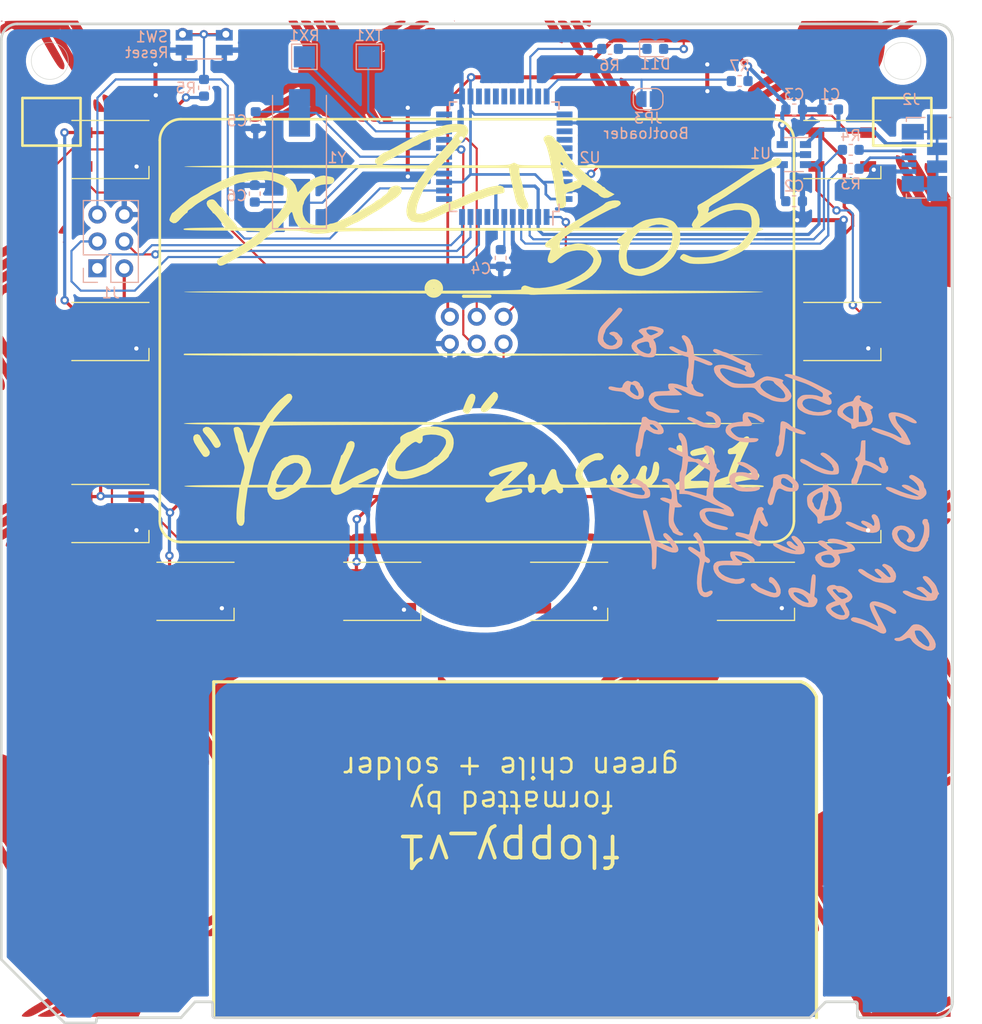
<source format=kicad_pcb>
(kicad_pcb (version 20210228) (generator pcbnew)
  (layers (0 "F.Cu" signal) (31 "B.Cu" signal) (34 "B.Paste" user) (35 "F.Paste" user) (36 "B.SilkS" user "B.Silkscreen") (37 "F.SilkS" user "F.Silkscreen") (38 "B.Mask" user) (39 "F.Mask" user) (44 "Edge.Cuts" user))
  (net 0 "")
  (net 1 "GND")
  (net 2 "+5V")
  (net 3 "Net-(C2-Pad2)")
  (net 4 "Net-(C4-Pad1)")
  (net 5 "Net-(C5-Pad1)")
  (net 6 "Net-(C6-Pad1)")
  (net 7 "VCC")
  (net 8 "RST")
  (net 9 "MOSI")
  (net 10 "SCK")
  (net 11 "MISO")
  (net 12 "Net-(J2-Pad3)")
  (net 13 "Net-(J2-Pad2)")
  (net 14 "Net-(R3-Pad1)")
  (net 15 "Net-(R4-Pad1)")
  (net 16 "Net-(R6-Pad2)")
  (net 17 "Net-(RX1-Pad1)")
  (net 18 "Net-(TX1-Pad1)")
  (net 19 "SDA")
  (net 20 "SCL")
  (net 21 "UPDI")
  (net 31 "Net-(D1-Pad2)")
  (net 32 "Net-(D2-Pad2)")
  (net 33 "Net-(D3-Pad2)")
  (net 34 "Net-(D4-Pad2)")
  (net 35 "Net-(D5-Pad2)")
  (net 36 "Net-(D6-Pad2)")
  (net 37 "Net-(D7-Pad2)")
  (net 38 "Net-(D8-Pad2)")
  (net 39 "Net-(D10-Pad4)")
  (net 40 "Net-(D11-Pad1)")
  (net 42 "unconnected-(J2-Pad6)")
  (net 43 "Net-(JP3-Pad1)")
  (net 49 "BOB_IN")
  (net 50 "BOB_OUT")
  (footprint "lip_fp:Badgelife-Shitty-v1.69bis" (layer "F.Cu") (at 143.913334 75.87)
    (fp_text reference "X1" hide)
    (fp_text value "Badgelife_sao_connector_v169bis" hide)
  )
  (footprint "LED_SMD:LED_WS2812B_PLCC4_5.0x5.0mm_P3.2mm" (layer "F.Cu") (at 152.656667 100.570005)
    (fp_text reference "D5" hide)
    (fp_text value "WS2812B")
  )
  (footprint "LED_SMD:LED_WS2812B_PLCC4_5.0x5.0mm_P3.2mm" (layer "F.Cu") (at 109.253325 58.779994)
    (fp_text reference "D10" hide)
    (fp_text value "WS2812B")
  )
  (footprint "LED_SMD:LED_WS2812B_PLCC4_5.0x5.0mm_P3.2mm" (layer "F.Cu") (at 178.503326 75.994997)
    (fp_text reference "D2" hide)
    (fp_text value "WS2812B")
  )
  (footprint "LED_SMD:LED_WS2812B_PLCC4_5.0x5.0mm_P3.2mm" (layer "F.Cu") (at 109.253325 75.994997)
    (fp_text reference "D9" hide)
    (fp_text value "WS2812B")
  )
  (footprint "LED_SMD:LED_WS2812B_PLCC4_5.0x5.0mm_P3.2mm" (layer "F.Cu") (at 178.503326 93.209999)
    (fp_text reference "D3" hide)
    (fp_text value "WS2812B")
  )
  (footprint "lip_fp:SlideCopper" (layer "F.Cu") (at 144.335005 93.728191)
    (fp_text reference "G***" hide)
    (fp_text value "LOGO" hide)
  )
  (footprint "lip_fp:LabelSilk" (layer "F.Cu") (at 143.58 93.46)
    (fp_text reference "G***" hide)
    (fp_text value "LOGO" hide)
  )
  (footprint "LED_SMD:LED_WS2812B_PLCC4_5.0x5.0mm_P3.2mm" (layer "F.Cu") (at 170.33334 100.570005)
    (fp_text reference "D4" hide)
    (fp_text value "WS2812B")
  )
  (footprint "LED_SMD:LED_WS2812B_PLCC4_5.0x5.0mm_P3.2mm" (layer "F.Cu") (at 117.303321 100.570005)
    (fp_text reference "D7" hide)
    (fp_text value "WS2812B")
  )
  (footprint "LED_SMD:LED_WS2812B_PLCC4_5.0x5.0mm_P3.2mm" (layer "F.Cu") (at 134.979994 100.570005)
    (fp_text reference "D6" hide)
    (fp_text value "WS2812B")
  )
  (footprint "LED_SMD:LED_WS2812B_PLCC4_5.0x5.0mm_P3.2mm" (layer "F.Cu") (at 109.253325 93.209999)
    (fp_text reference "D8" hide)
    (fp_text value "WS2812B")
  )
  (footprint "lip_fp:FrontCopper" (layer "F.Cu") (at 143.79 93.66)
    (fp_text reference "G***" hide)
    (fp_text value "LOGO" hide)
  )
  (footprint "LED_SMD:LED_WS2812B_PLCC4_5.0x5.0mm_P3.2mm" (layer "F.Cu") (at 178.503326 58.779994)
    (fp_text reference "D1" hide)
    (fp_text value "WS2812B")
  )
  (footprint "Capacitor_SMD:C_0603_1608Metric" (layer "B.Cu") (at 177.350834 54.99 180)
    (fp_text reference "C1")
    (fp_text value "10uF")
  )
  (footprint "Capacitor_SMD:C_0603_1608Metric" (layer "B.Cu") (at 173.943334 63.67 180)
    (fp_text reference "C2")
    (fp_text value "0.1uF")
  )
  (footprint "Capacitor_SMD:C_0603_1608Metric" (layer "B.Cu") (at 173.953334 54.99 180)
    (fp_text reference "C3")
    (fp_text value "0.1uF")
  )
  (footprint "Capacitor_SMD:C_0603_1608Metric" (layer "B.Cu") (at 146.183334 69.04 -90)
    (fp_text reference "C4")
    (fp_text value "1uF")
  )
  (footprint "Capacitor_SMD:C_0603_1608Metric" (layer "B.Cu") (at 123.003334 56 -90)
    (fp_text reference "C5")
    (fp_text value "12pF")
  )
  (footprint "Capacitor_SMD:C_0603_1608Metric" (layer "B.Cu") (at 122.913334 62.96 90)
    (fp_text reference "C6")
    (fp_text value "12pF")
  )
  (footprint "LED_SMD:LED_0603_1608Metric" (layer "B.Cu") (at 160.813334 49.26)
    (fp_text reference "D11")
    (fp_text value "Status")
  )
  (footprint "Connector_PinHeader_2.54mm:PinHeader_2x03_P2.54mm_Vertical" (layer "B.Cu") (at 108.025 70.015)
    (fp_text reference "J1")
    (fp_text value "SPI")
  )
  (footprint "Connector_USB:USB_Micro-B_Molex_47346-0001" (layer "B.Cu") (at 186.273334 59.56 -90)
    (fp_text reference "J2")
    (fp_text value "USB_B_Micro")
  )
  (footprint "Jumper:SolderJumper-2_P1.3mm_Open_RoundedPad1.0x1.5mm" (layer "B.Cu") (at 160.13 54.01)
    (fp_text reference "JP3")
    (fp_text value "Bootloader")
  )
  (footprint "Resistor_SMD:R_0603_1608Metric" (layer "B.Cu") (at 179.303334 60.6)
    (fp_text reference "R3")
    (fp_text value "22R")
  )
  (footprint "Resistor_SMD:R_0603_1608Metric" (layer "B.Cu") (at 179.303334 58.81)
    (fp_text reference "R4")
    (fp_text value "22R")
  )
  (footprint "Resistor_SMD:R_0603_1608Metric" (layer "B.Cu") (at 118.11 52.94 90)
    (fp_text reference "R5")
    (fp_text value "10k")
  )
  (footprint "Resistor_SMD:R_0603_1608Metric" (layer "B.Cu") (at 156.533334 49.26 180)
    (fp_text reference "R6")
    (fp_text value "330R")
  )
  (footprint "Resistor_SMD:R_0603_1608Metric" (layer "B.Cu") (at 168.793334 52.3 180)
    (fp_text reference "R7")
    (fp_text value "10k")
  )
  (footprint "TestPoint:TestPoint_Pad_2.0x2.0mm" (layer "B.Cu") (at 127.603334 50.01 180)
    (fp_text reference "RX1")
    (fp_text value "Test_Point")
  )
  (footprint "lip_fp:Wurth_434331013822" (layer "B.Cu") (at 118.13 48.675)
    (fp_text reference "SW1")
    (fp_text value "SW_Push")
  )
  (footprint "TestPoint:TestPoint_Pad_2.0x2.0mm" (layer "B.Cu") (at 133.713334 50.01 180)
    (fp_text reference "TX1")
    (fp_text value "Test_Point")
  )
  (footprint "Package_TO_SOT_SMD:SOT-23-5" (layer "B.Cu") (at 173.923334 59.26 180)
    (fp_text reference "U1")
    (fp_text value "TPS73233DBVT")
  )
  (footprint "Package_QFP:TQFP-44_10x10mm_P0.8mm" (layer "B.Cu") (at 146.523334 59.46 90)
    (fp_text reference "U2")
    (fp_text value "ATmega32U4-AU")
  )
  (footprint "Crystal:Crystal_SMD_HC49-SD" (layer "B.Cu") (at 127.143334 59.56 90)
    (fp_text reference "Y1")
    (fp_text value "16Mhz")
  )
  (footprint "lip_fp:BackCopper" (layer "B.Cu") (at 144.444995 93.761657 180)
    (fp_text reference "G***")
    (fp_text value "LOGO" hide)
  )
  (footprint "lip_fp:BackSilk" (layer "B.Cu") (at 144.670531 88.188881 180)
    (fp_text reference "G***" hide)
    (fp_text value "LOGO" hide)
  )
  (gr_line (start 175.04 109.32) (end 175.34 109.54) (layer "F.SilkS") (width 0.3))
  (gr_line (start 119.03 140.71) (end 119.03 109.13) (layer "F.SilkS") (width 0.3))
  (gr_line (start 115.93 95.91) (end 171.93 95.91) (layer "F.SilkS") (width 0.25))
  (gr_line (start 186.929857 58.41) (end 186.929857 53.91) (layer "F.SilkS") (width 0.25))
  (gr_line (start 176.06 110.54) (end 176.06 140.9) (layer "F.SilkS") (width 0.3))
  (gr_line (start 100.930143 58.41) (end 106.430143 58.41) (layer "F.SilkS") (width 0.25))
  (gr_line (start 171.93 55.91) (end 115.93 55.91) (layer "F.SilkS") (width 0.25))
  (gr_line (start 113.93 57.91) (end 113.93 93.91) (layer "F.SilkS") (width 0.25))
  (gr_line (start 175.84 110.13) (end 176.06 110.54) (layer "F.SilkS") (width 0.3))
  (gr_line (start 186.929857 58.41) (end 181.429857 58.41) (layer "F.SilkS") (width 0.25))
  (gr_line (start 100.930143 58.41) (end 100.930143 53.91) (layer "F.SilkS") (width 0.25))
  (gr_line (start 119.03 109.13) (end 174.62 109.13) (layer "F.SilkS") (width 0.3))
  (gr_line (start 175.61 109.82) (end 175.84 110.13) (layer "F.SilkS") (width 0.3))
  (gr_line (start 106.430143 53.91) (end 100.930143 53.91) (layer "F.SilkS") (width 0.25))
  (gr_arc (start 115.93 93.91) (end 113.93 93.91) (angle -90) (layer "F.SilkS") (width 0.25))
  (gr_arc (start 115.93 57.91) (end 115.93 55.91) (angle -90) (layer "F.SilkS") (width 0.25))
  (gr_line (start 181.429857 53.91) (end 181.429857 58.41) (layer "F.SilkS") (width 0.25))
  (gr_line (start 106.430143 53.91) (end 106.430143 58.41) (layer "F.SilkS") (width 0.25))
  (gr_arc (start 171.93 93.91) (end 171.93 95.91) (angle -90) (layer "F.SilkS") (width 0.25))
  (gr_arc (start 171.93 57.91) (end 173.93 57.91) (angle -90) (layer "F.SilkS") (width 0.25))
  (gr_line (start 181.429857 53.91) (end 186.929857 53.91) (layer "F.SilkS") (width 0.25))
  (gr_line (start 175.34 109.54) (end 175.61 109.82) (layer "F.SilkS") (width 0.3))
  (gr_line (start 173.93 93.91) (end 173.93 57.91) (layer "F.SilkS") (width 0.25))
  (gr_line (start 174.62 109.13) (end 175.04 109.32) (layer "F.SilkS") (width 0.3))
  (gr_line (start 180.133334 140.9) (end 187.433334 140.9) (layer "Edge.Cuts") (width 0.25))
  (gr_arc (start 118.733334 139.6) (end 118.933334 139.6) (angle -90) (layer "Edge.Cuts") (width 0.25))
  (gr_arc (start 100.433334 48.4) (end 100.433334 46.9) (angle -90) (layer "Edge.Cuts") (width 0.25))
  (gr_circle (center 184.19 50.4) (end 185.94 50.4) (layer "Edge.Cuts") (width 0.05) (fill none))
  (gr_line (start 100.433334 46.9) (end 187.433334 46.9) (layer "Edge.Cuts") (width 0.25))
  (gr_line (start 98.933334 48.4) (end 98.933334 135.4) (layer "Edge.Cuts") (width 0.25))
  (gr_arc (start 180.133334 140.7) (end 179.933334 140.7) (angle -90) (layer "Edge.Cuts") (width 0.25))
  (gr_line (start 188.933334 139.4) (end 188.933334 48.4) (layer "Edge.Cuts") (width 0.25))
  (gr_arc (start 107.733334 141.2) (end 107.733334 141.4) (angle -90) (layer "Edge.Cuts") (width 0.25))
  (gr_line (start 98.933334 135.4) (end 104.933334 141.4) (layer "Edge.Cuts") (width 0.25))
  (gr_arc (start 179.733334 139.6) (end 179.933334 139.6) (angle -90) (layer "Edge.Cuts") (width 0.25))
  (gr_line (start 175.433334 140.9) (end 176.874755 139.458578) (layer "Edge.Cuts") (width 0.25))
  (gr_line (start 107.933334 141.2) (end 107.933334 141.1) (layer "Edge.Cuts") (width 0.25))
  (gr_line (start 108.133334 140.9) (end 115.933334 140.9) (layer "Edge.Cuts") (width 0.25))
  (gr_arc (start 187.433334 139.4) (end 187.433334 140.9) (angle -90) (layer "Edge.Cuts") (width 0.25))
  (gr_arc (start 187.433334 48.4) (end 188.933334 48.4) (angle -90) (layer "Edge.Cuts") (width 0.25))
  (gr_arc (start 119.133334 140.7) (end 118.933334 140.7) (angle -90) (layer "Edge.Cuts") (width 0.25))
  (gr_arc (start 177.016176 139.6) (end 177.016176 139.4) (angle -45) (layer "Edge.Cuts") (width 0.25))
  (gr_line (start 177.016176 139.4) (end 179.733334 139.4) (layer "Edge.Cuts") (width 0.25))
  (gr_arc (start 108.133334 141.1) (end 108.133334 140.899999) (angle -90) (layer "Edge.Cuts") (width 0.25))
  (gr_line (start 179.933334 139.6) (end 179.933334 140.7) (layer "Edge.Cuts") (width 0.25))
  (gr_line (start 115.933334 140.9) (end 117.271538 139.4) (layer "Edge.Cuts") (width 0.25))
  (gr_circle (center 103.52 50.4) (end 105.27 50.4) (layer "Edge.Cuts") (width 0.05) (fill none))
  (gr_line (start 119.133334 140.9) (end 175.433334 140.9) (layer "Edge.Cuts") (width 0.25))
  (gr_line (start 118.933334 139.6) (end 118.933334 140.7) (layer "Edge.Cuts") (width 0.25))
  (gr_line (start 117.271538 139.4) (end 118.733334 139.4) (layer "Edge.Cuts") (width 0.25))
  (gr_line (start 107.733334 141.4) (end 104.933334 141.4) (layer "Edge.Cuts") (width 0.25))
  (gr_text "Bootloader" (at 159.95 57.25) (layer "B.SilkS") (effects (font (size 1 1)) (justify mirror)))
  (gr_text "Reset" (at 112.71 49.61) (layer "B.SilkS") (effects (font (size 1 1)) (justify mirror)))
  (gr_text "formatted by\ngreen chile + solder" (at 147.15 118.86 180) (layer "F.SilkS") (effects (font (size 2 2) (thickness 0.25))))
  (gr_text "floppy_v1" (at 146.91 125.13 180) (layer "F.SilkS") (effects (font (size 3 3) (thickness 0.35))))
  (segment (start 165.73 53.25) (end 165.74 53.26) (width 0.381) (layer "F.Cu") (net 1))
  (segment (start 165.73 50.73) (end 165.73 53.25) (width 0.381) (layer "F.Cu") (net 1))
  (segment (start 137.39 61.33) (end 137.4 61.34) (width 0.381) (layer "F.Cu") (net 1))
  (segment (start 113.52 50.73) (end 113.52 53.62) (width 0.381) (layer "F.Cu") (net 1))
  (segment (start 137.39 54.83) (end 137.39 61.33) (width 0.381) (layer "F.Cu") (net 1))
  (segment (start 178.603334 65.46) (end 178.633334 65.43) (width 0.381) (layer "F.Cu") (net 1))
  (segment (start 174.233334 65.46) (end 178.603334 65.46) (width 0.381) (layer "F.Cu") (net 1))
  (segment (start 113.52 53.62) (end 113.55 53.65) (width 0.381) (layer "F.Cu") (net 1))
  (via (at 111.73 60.39) (size 0.8) (drill 0.4) (layers "F.Cu" "B.Cu") (net 1))
  (via (at 111.71 77.6) (size 0.8) (drill 0.4) (layers "F.Cu" "B.Cu") (net 1))
  (via (at 119.8 102.17) (size 0.8) (drill 0.4) (layers "F.Cu" "B.Cu") (net 1))
  (via (at 180.94 94.8) (size 0.8) (drill 0.4) (layers "F.Cu" "B.Cu") (net 1))
  (via (at 172.78 102.16) (size 0.8) (drill 0.4) (layers "F.Cu" "B.Cu") (net 1))
  (via (at 111.72 94.79) (size 0.8) (drill 0.4) (layers "F.Cu" "B.Cu") (net 1))
  (via (at 113.52 50.73) (size 0.8) (drill 0.4) (layers "F.Cu" "B.Cu") (net 1))
  (via (at 178.633334 65.43) (size 0.8) (drill 0.4) (layers "F.Cu" "B.Cu") (net 1))
  (via (at 155.11 102.17) (size 0.8) (drill 0.4) (layers "F.Cu" "B.Cu") (net 1))
  (via (at 137.4 61.34) (size 0.8) (drill 0.4) (layers "F.Cu" "B.Cu") (net 1))
  (via (at 180.96 77.59) (size 0.8) (drill 0.4) (layers "F.Cu" "B.Cu") (net 1))
  (via (at 174.233334 65.46) (size 0.8) (drill 0.4) (layers "F.Cu" "B.Cu") (net 1))
  (via (at 165.74 53.26) (size 0.8) (drill 0.4) (layers "F.Cu" "B.Cu") (net 1))
  (via (at 181.48 60.69) (size 0.8) (drill 0.4) (layers "F.Cu" "B.Cu") (net 1))
  (via (at 137.39 54.83) (size 0.8) (drill 0.4) (layers "F.Cu" "B.Cu") (net 1))
  (via (at 137.03 102.31) (size 0.8) (drill 0.4) (layers "F.Cu" "B.Cu") (net 1))
  (via (at 113.55 53.65) (size 0.8) (drill 0.4) (layers "F.Cu" "B.Cu") (net 1))
  (via (at 165.73 50.73) (size 0.8) (drill 0.4) (layers "F.Cu" "B.Cu") (net 1))
  (segment (start 173.903334 59.26) (end 171.273334 59.26) (width 0.381) (layer "B.Cu") (net 1))
  (segment (start 184.813334 60.86) (end 184.793334 60.88) (width 0.254) (layer "B.Cu") (net 1))
  (segment (start 171.273334 59.26) (end 171.043334 59.26) (width 0.381) (layer "B.Cu") (net 1))
  (segment (start 175.023334 59.26) (end 173.903334 59.26) (width 0.381) (layer "B.Cu") (net 1))
  (segment (start 152.223334 62.66) (end 154.803334 62.66) (width 0.3048) (layer "B.Cu") (net 1))
  (segment (start 152.223334 56.26) (end 154.263334 56.26) (width 0.3048) (layer "B.Cu") (net 1))
  (segment (start 140.823334 61.06) (end 138.623334 61.06) (width 0.3048) (layer "B.Cu") (net 1))
  (segment (start 147.323334 65.16) (end 147.323334 67.08) (width 0.3048) (layer "B.Cu") (net 1))
  (segment (start 173.903334 59.26) (end 173.903334 56.92) (width 0.381) (layer "B.Cu") (net 1))
  (segment (start 182.893334 60.86) (end 182.723334 61.03) (width 0.254) (layer "B.Cu") (net 1))
  (segment (start 184.813342 60.86) (end 182.893331 60.86) (width 0.381) (layer "B.Cu") (net 1))
  (segment (start 173.903334 59.26) (end 173.903334 61.72) (width 0.381) (layer "B.Cu") (net 1))
  (segment (start 152.223334 62.66) (end 152.183334 62.62) (width 0.3048) (layer "B.Cu") (net 1))
  (segment (start 142.523334 53.76) (end 142.523334 51.58) (width 0.3048) (layer "B.Cu") (net 1))
  (segment (start 176.913334 56.91) (end 178.193334 56.91) (width 0.381) (layer "B.Cu") (net 2))
  (segment (start 184.813334 58.26) (end 182.693334 58.26) (width 0.381) (layer "B.Cu") (net 2))
  (segment (start 149.723334 62.54) (end 149.723334 65.16) (width 0.3048) (layer "B.Cu") (net 2))
  (segment (start 178.138334 54.99) (end 178.138334 56.855) (width 0.381) (layer "B.Cu") (net 2))
  (segment (start 146.113334 62.24) (end 149.423334 62.24) (width 0.3048) (layer "B.Cu") (net 2))
  (segment (start 145.723334 62.63) (end 146.113334 62.24) (width 0.3048) (layer "B.Cu") (net 2))
  (segment (start 176.303334 60.57) (end 175.943334 60.21) (width 0.3048) (layer "B.Cu") (net 2))
  (segment (start 176.303334 65.82) (end 176.303334 60.57) (width 0.3048) (layer "B.Cu") (net 2))
  (segment (start 178.138334 56.855) (end 178.193334 56.91) (width 0.381) (layer "B.Cu") (net 2))
  (segment (start 149.423334 62.24) (end 149.723334 62.54) (width 0.3048) (layer "B.Cu") (net 2))
  (segment (start 149.723334 66.35) (end 150.183334 66.81) (width 0.3048) (layer "B.Cu") (net 2))
  (segment (start 145.723334 65.16) (end 145.723334 62.63) (width 0.3048) (layer "B.Cu") (net 2))
  (segment (start 175.023334 60.21) (end 175.943334 60.21) (width 0.381) (layer "B.Cu") (net 2))
  (segment (start 178.193334 56.91) (end 181.343334 56.91) (width 0.381) (layer "B.Cu") (net 2))
  (segment (start 149.723334 65.16) (end 149.723334 66.35) (width 0.3048) (layer "B.Cu") (net 2))
  (segment (start 182.693334 58.26) (end 181.343334 56.91) (width 0.381) (layer "B.Cu") (net 2))
  (segment (start 150.183334 66.81) (end 175.313334 66.81) (width 0.3048) (layer "B.Cu") (net 2))
  (segment (start 176.423334 56.91) (end 176.913334 56.91) (width 0.381) (layer "B.Cu") (net 2))
  (segment (start 175.943334 60.21) (end 176.423334 59.73) (width 0.381) (layer "B.Cu") (net 2))
  (segment (start 175.023334 58.31) (end 176.423334 56.91) (width 0.381) (layer "B.Cu") (net 2))
  (segment (start 176.423334 59.73) (end 176.423334 56.91) (width 0.381) (layer "B.Cu") (net 2))
  (segment (start 175.313334 66.81) (end 176.303334 65.82) (width 0.3048) (layer "B.Cu") (net 2))
  (segment (start 172.823334 63.3375) (end 173.155834 63.67) (width 0.381) (layer "B.Cu") (net 3))
  (segment (start 172.823334 60.21) (end 172.823334 63.3375) (width 0.381) (layer "B.Cu") (net 3))
  (segment (start 146.523334 65.16) (end 146.523334 68.2825) (width 0.2032) (layer "B.Cu") (net 4))
  (segment (start 146.523334 68.2825) (end 146.593334 68.3525) (width 0.2032) (layer "B.Cu") (net 4))
  (segment (start 123.003334 55.2125) (end 127.045834 55.2125) (width 0.2032) (layer "B.Cu") (net 5))
  (segment (start 132.873334 59.46) (end 140.823334 59.46) (width 0.2032) (layer "B.Cu") (net 5))
  (segment (start 128.723334 55.31) (end 132.873334 59.46) (width 0.2032) (layer "B.Cu") (net 5))
  (segment (start 127.143334 55.31) (end 128.723334 55.31) (width 0.2032) (layer "B.Cu") (net 5))
  (segment (start 127.045834 55.2125) (end 127.143334 55.31) (width 0.2032) (layer "B.Cu") (net 5))
  (segment (start 140.813334 60.25) (end 140.823334 60.26) (width 0.2032) (layer "B.Cu") (net 6))
  (segment (start 129.313334 63.81) (end 132.873334 60.25) (width 0.2032) (layer "B.Cu") (net 6))
  (segment (start 132.873334 60.25) (end 140.813334 60.25) (width 0.2032) (layer "B.Cu") (net 6))
  (segment (start 127.080834 63.7475) (end 127.143334 63.81) (width 0.2032) (layer "B.Cu") (net 6))
  (segment (start 122.913334 63.7475) (end 127.080834 63.7475) (width 0.2032) (layer "B.Cu") (net 6))
  (segment (start 127.143334 63.81) (end 129.313334 63.81) (width 0.2032) (layer "B.Cu") (net 6))
  (segment (start 114.89 93.12) (end 116.400001 91.609999) (width 0.3048) (layer "F.Cu") (net 7))
  (segment (start 113.12 55.93) (end 114.34 55.93) (width 0.3048) (layer "F.Cu") (net 7))
  (segment (start 134.710001 91.609999) (end 152.170001 91.609999) (width 0.3048) (layer "F.Cu") (net 7))
  (segment (start 110.565 73.145) (end 108.33 75.38) (width 0.3048) (layer "F.Cu") (net 7))
  (segment (start 110.22 55.97) (end 110.26 55.93) (width 0.3048) (layer "F.Cu") (net 7))
  (segment (start 132.57 93.75) (end 134.710001 91.609999) (width 0.3048) (layer "F.Cu") (net 7))
  (segment (start 104.91 57.17) (end 106.793331 57.17) (width 0.3048) (layer "F.Cu") (net 7))
  (segment (start 178.69 64.21) (end 179.48 65) (width 0.3048) (layer "F.Cu") (net 7))
  (segment (start 114.853321 98.970005) (end 114.853321 97.213321) (width 0.3048) (layer "F.Cu") (net 7))
  (segment (start 176.053326 69.446674) (end 176.053326 74.394997) (width 0.3048) (layer "F.Cu") (net 7))
  (segment (start 106.803325 74.394997) (end 107.344997 74.394997) (width 0.3048) (layer "F.Cu") (net 7))
  (segment (start 179.48 66.02) (end 176.053326 69.446674) (width 0.3048) (layer "F.Cu") (net 7))
  (segment (start 163.503334 49.27) (end 163.503334 48.58) (width 0.2032) (layer "F.Cu") (net 7))
  (segment (start 170.170001 91.609999) (end 176.053326 91.609999) (width 0.3048) (layer "F.Cu") (net 7))
  (segment (start 109.010006 57.179994) (end 110.22 55.97) (width 0.3048) (layer "F.Cu") (net 7))
  (segment (start 178.69 59.71) (end 178.69 64.21) (width 0.3048) (layer "F.Cu") (net 7))
  (segment (start 132.529994 97.780006) (end 132.55 97.76) (width 0.3048) (layer "F.Cu") (net 7))
  (segment (start 176.053326 90.753326) (end 172.2 86.9) (width 0.3048) (layer "F.Cu") (net 7))
  (segment (start 156.76 48.45) (end 153.26 51.95) (width 0.381) (layer "F.Cu") (net 7))
  (segment (start 176.053326 91.609999) (end 176.053326 90.753326) (width 0.3048) (layer "F.Cu") (net 7))
  (segment (start 167.88334 98.970005) (end 167.88334 93.89666) (width 0.3048) (layer "F.Cu") (net 7))
  (segment (start 141.173334 54.16) (end 141.173334 74.4) (width 0.254) (layer "F.Cu") (net 7))
  (segment (start 150.206667 93.573333) (end 152.170001 91.609999) (width 0.3048) (layer "F.Cu") (net 7))
  (segment (start 141.173334 74.4) (end 141.373334 74.6) (width 0.254) (layer "F.Cu") (net 7))
  (segment (start 173.529994 57.179994) (end 172.823334 56.473334) (width 0.3048) (layer "F.Cu") (net 7))
  (segment (start 108.290001 91.609999) (end 108.33 91.57) (width 0.3048) (layer "F.Cu") (net 7))
  (segment (start 106.284997 74.394997) (end 104.93 73.04) (width 0.3048) (layer "F.Cu") (net 7))
  (segment (start 167.88334 93.89666) (end 170.170001 91.609999) (width 0.3048) (layer "F.Cu") (net 7))
  (segment (start 172.2 86.9) (end 172.2 73.3) (width 0.3048) (layer "F.Cu") (net 7))
  (segment (start 172.2 73.3) (end 176.053326 69.446674) (width 0.3048) (layer "F.Cu") (net 7))
  (segment (start 176.159994 57.179994) (end 178.69 59.71) (width 0.3048) (layer "F.Cu") (net 7))
  (segment (start 116.400001 91.609999) (end 134.710001 91.609999) (width 0.3048) (layer "F.Cu") (net 7))
  (segment (start 176.053326 57.179994) (end 176.159994 57.179994) (width 0.3048) (layer "F.Cu") (net 7))
  (segment (start 163.373334 48.45) (end 156.76 48.45) (width 0.381) (layer "F.Cu") (net 7))
  (segment (start 176.053326 57.179994) (end 173.529994 57.179994) (width 0.3048) (layer "F.Cu") (net 7))
  (segment (start 114.853321 97.213321) (end 114.84 97.2) (width 0.3048) (layer "F.Cu") (net 7))
  (segment (start 108.33 75.38) (end 108.33 91.57) (width 0.3048) (layer "F.Cu") (net 7))
  (segment (start 150.206667 98.970005) (end 150.206667 93.573333) (width 0.3048) (layer "F.Cu") (net 7))
  (segment (start 106.803325 91.609999) (end 108.290001 91.609999) (width 0.3048) (layer "F.Cu") (net 7))
  (segment (start 152.170001 91.609999) (end 170.170001 91.609999) (width 0.3048) (layer "F.Cu") (net 7))
  (segment (start 153.26 51.95) (end 143.383334 51.95) (width 0.381) (layer "F.Cu") (net 7))
  (segment (start 106.803325 74.394997) (end 106.284997 74.394997) (width 0.3048) (layer "F.Cu") (net 7))
  (segment (start 163.373334 48.45) (end 167.113334 48.45) (width 0.381) (layer "F.Cu") (net 7))
  (segment (start 163.503334 48.58) (end 163.373334 48.45) (width 0.2032) (layer "F.Cu") (net 7))
  (segment (start 110.26 55.93) (end 113.12 55.93) (width 0.3048) (layer "F.Cu") (net 7))
  (segment (start 107.344997 74.394997) (end 108.33 75.38) (width 0.3048) (layer "F.Cu") (net 7))
  (segment (start 106.793331 57.17) (end 106.803325 57.179994) (width 0.3048) (layer "F.Cu") (net 7))
  (segment (start 106.803325 57.179994) (end 109.010006 57.179994) (width 0.3048) (layer "F.Cu") (net 7))
  (segment (start 179.48 65) (end 179.48 66.02) (width 0.3048) (layer "F.Cu") (net 7))
  (segment (start 132.529994 98.970005) (end 132.529994 97.780006) (width 0.3048) (layer "F.Cu") (net 7))
  (segment (start 114.34 55.93) (end 116.41 53.86) (width 0.3048) (layer "F.Cu") (net 7))
  (segment (start 143.383334 51.95) (end 141.173334 54.16) (width 0.254) (layer "F.Cu") (net 7))
  (segment (start 110.565 70.015) (end 110.565 73.145) (width 0.3048) (layer "F.Cu") (net 7))
  (segment (start 167.113334 48.45) (end 169.573334 50.91) (width 0.381) (layer "F.Cu") (net 7))
  (via (at 132.57 93.75) (size 0.8) (drill 0.4) (layers "F.Cu" "B.Cu") (net 7))
  (via (at 104.91 57.17) (size 0.8) (drill 0.4) (layers "F.Cu" "B.Cu") (net 7))
  (via (at 163.503334 49.27) (size 0.8) (drill 0.4) (layers "F.Cu" "B.Cu") (net 7))
  (via (at 104.93 73.04) (size 0.8) (drill 0.4) (layers "F.Cu" "B.Cu") (net 7))
  (via (at 143.383334 51.95) (size 0.8) (drill 0.4) (layers "F.Cu" "B.Cu") (net 7))
  (via (at 172.823334 56.473334) (size 0.8) (drill 0.4) (layers "F.Cu" "B.Cu") (net 7))
  (via (at 116.41 53.86) (size 0.8) (drill 0.4) (layers "F.Cu" "B.Cu") (net 7))
  (via (at 169.573334 50.91) (size 0.8) (drill 0.4) (layers "F.Cu" "B.Cu") (net 7))
  (via (at 114.89 93.12) (size 0.8) (drill 0.4) (layers "F.Cu" "B.Cu") (net 7))
  (via (at 114.84 97.2) (size 0.8) (drill 0.4) (layers "F.Cu" "B.Cu") (net 7))
  (via (at 108.33 91.57) (size 0.8) (drill 0.4) (layers "F.Cu" "B.Cu") (net 7))
  (via (at 132.55 97.76) (size 0.8) (drill 0.4) (layers "F.Cu" "B.Cu") (net 7))
  (segment (start 117.9775 53.86) (end 118.11 53.7275) (width 0.3048) (layer "B.Cu") (net 7))
  (segment (start 132.55 93.77) (end 132.57 93.75) (width 0.3048) (layer "B.Cu") (net 7))
  (segment (start 143.703334 55.46) (end 143.323334 55.08) (width 0.254) (layer "B.Cu") (net 7))
  (segment (start 132.55 97.76) (end 132.55 93.77) (width 0.3048) (layer "B.Cu") (net 7))
  (segment (start 152.223334 55.46) (end 143.703334 55.46) (width 0.254) (layer "B.Cu") (net 7))
  (segment (start 172.823334 56.473334) (end 172.823334 55.3325) (width 0.381) (layer "B.Cu") (net 7))
  (segment (start 173.165834 54.5025) (end 173.165834 54.99) (width 0.2032) (layer "B.Cu") (net 7))
  (segment (start 169.573342 50.910007) (end 173.165842 54.502507) (width 0.381) (layer "B.Cu") (net 7))
  (segment (start 116.41 53.86) (end 117.9775 53.86) (width 0.3048) (layer "B.Cu") (net 7))
  (segment (start 172.823334 55.3325) (end 173.165834 54.99) (width 0.381) (layer "B.Cu") (net 7))
  (segment (start 113.34 91.57) (end 114.89 93.12) (width 0.3048) (layer "B.Cu") (net 7))
  (segment (start 161.610834 49.27) (end 161.600834 49.26) (width 0.2032) (layer "B.Cu") (net 7))
  (segment (start 143.323334 53.76) (end 143.323334 52.01) (width 0.254) (layer "B.Cu") (net 7))
  (segment (start 172.823334 58.31) (end 172.823334 56.473334) (width 0.381) (layer "B.Cu") (net 7))
  (segment (start 150.453334 62.15) (end 150.008334 61.705) (width 0.254) (layer "B.Cu") (net 7))
  (segment (start 150.453334 63.01) (end 150.453334 62.15) (width 0.254) (layer "B.Cu") (net 7))
  (segment (start 152.223334 63.46) (end 150.903334 63.46) (width 0.254) (layer "B.Cu") (net 7))
  (segment (start 108.33 91.57) (end 113.34 91.57) (width 0.3048) (layer "B.Cu") (net 7))
  (segment (start 149.443334 61.14) (end 143.323334 61.14) (width 0.254) (layer "B.Cu") (net 7))
  (segment (start 169.573334 50.91) (end 169.573334 52.2925) (width 0.2032) (layer "B.Cu") (net 7))
  (segment (start 150.008334 61.705) (end 149.443334 61.14) (width 0.254) (layer "B.Cu") (net 7))
  (segment (start 150.163334 61.86) (end 150.008334 61.705) (width 0.254) (layer "B.Cu") (net 7))
  (segment (start 143.323334 52.01) (end 143.383334 51.95) (width 0.254) (layer "B.Cu") (net 7))
  (segment (start 152.223334 61.86) (end 150.163334 61.86) (width 0.254) (layer "B.Cu") (net 7))
  (segment (start 150.903334 63.46) (end 150.453334 63.01) (width 0.254) (layer "B.Cu") (net 7))
  (segment (start 114.84 93.17) (end 114.89 93.12) (width 0.3048) (layer "B.Cu") (net 7))
  (segment (start 163.503334 49.27) (end 161.610834 49.27) (width 0.2032) (layer "B.Cu") (net 7))
  (segment (start 104.93 57.19) (end 104.91 57.17) (width 0.3048) (layer "B.Cu") (net 7))
  (segment (start 114.84 97.2) (end 114.84 93.17) (width 0.3048) (layer "B.Cu") (net 7))
  (segment (start 169.580834 50.9175) (end 169.573334 50.91) (width 0.2032) (layer "B.Cu") (net 7))
  (segment (start 169.573334 52.2925) (end 169.580834 52.3) (width 0.2032) (layer "B.Cu") (net 7))
  (segment (start 143.323334 61.14) (end 143.323334 55.08) (width 0.254) (layer "B.Cu") (net 7))
  (segment (start 142.603334 61.86) (end 143.323334 61.14) (width 0.254) (layer "B.Cu") (net 7))
  (segment (start 140.823334 61.86) (end 142.603334 61.86) (width 0.254) (layer "B.Cu") (net 7))
  (segment (start 104.93 73.04) (end 104.93 57.19) (width 0.3048) (layer "B.Cu") (net 7))
  (segment (start 143.323334 55.08) (end 143.323334 53.76) (width 0.254) (layer "B.Cu") (net 7))
  (segment (start 118.095 47.875) (end 120.18 47.875) (width 0.2032) (layer "F.Cu") (net 8))
  (segment (start 116.08 47.875) (end 118.095 47.875) (width 0.2032) (layer "F.Cu") (net 8))
  (via (at 118.095 47.875) (size 0.8) (drill 0.4) (layers "F.Cu" "B.Cu") (net 8))
  (segment (start 140.823334 62.66) (end 138.733334 62.66) (width 0.2032) (layer "B.Cu") (net 8))
  (segment (start 118.11 48.09) (end 118.225 47.975) (width 0.2032) (layer "B.Cu") (net 8))
  (segment (start 118.11 52.1525) (end 118.11 48.09) (width 0.2032) (layer "B.Cu") (net 8))
  (segment (start 121.93 67.2) (end 120.36 65.63) (width 0.2032) (layer "B.Cu") (net 8))
  (segment (start 119.7525 52.1525) (end 118.11 52.1525) (width 0.2032) (layer "B.Cu") (net 8))
  (segment (start 108.025 53.885) (end 109.7575 52.1525) (width 0.2032) (layer "B.Cu") (net 8))
  (segment (start 108.025 64.935) (end 108.025 53.885) (width 0.2032) (layer "B.Cu") (net 8))
  (segment (start 120.36 52.76) (end 119.7525 52.1525) (width 0.2032) (layer "B.Cu") (net 8))
  (segment (start 138.733334 62.66) (end 138.533334 62.46) (width 0.2032) (layer "B.Cu") (net 8))
  (segment (start 116.23 47.975) (end 118.225 47.975) (width 0.2032) (layer "B.Cu") (net 8))
  (segment (start 109.7575 52.1525) (end 118.11 52.1525) (width 0.2032) (layer "B.Cu") (net 8))
  (segment (start 120.36 65.63) (end 120.36 52.76) (width 0.2032) (layer "B.Cu") (net 8))
  (segment (start 120.08 47.975) (end 120.18 47.875) (width 0.2032) (layer "B.Cu") (net 8))
  (segment (start 138.533334 62.46) (end 134.76 62.46) (width 0.2032) (layer "B.Cu") (net 8))
  (segment (start 130.02 67.2) (end 121.93 67.2) (width 0.2032) (layer "B.Cu") (net 8))
  (segment (start 118.225 47.975) (end 120.08 47.975) (width 0.2032) (layer "B.Cu") (net 8))
  (segment (start 134.76 62.46) (end 130.02 67.2) (width 0.2032) (layer "B.Cu") (net 8))
  (segment (start 111.79 68.7) (end 110.565 67.475) (width 0.2032) (layer "F.Cu") (net 9))
  (segment (start 113.51 68.7) (end 111.79 68.7) (width 0.2032) (layer "F.Cu") (net 9))
  (via (at 113.51 68.7) (size 0.8) (drill 0.4) (layers "F.Cu" "B.Cu") (net 9))
  (segment (start 143.323334 65.16) (end 143.323334 67.09) (width 0.2032) (layer "B.Cu") (net 9))
  (segment (start 143.323334 67.09) (end 142.043334 68.37) (width 0.2032) (layer "B.Cu") (net 9))
  (segment (start 142.043334 68.37) (end 113.84 68.37) (width 0.2032) (layer "B.Cu") (net 9))
  (segment (start 113.84 68.37) (end 113.51 68.7) (width 0.2032) (layer "B.Cu") (net 9))
  (segment (start 106.45 72.13) (end 111.56 72.13) (width 0.2032) (layer "B.Cu") (net 10))
  (segment (start 144.123334 67.79) (end 144.123334 65.16) (width 0.2032) (layer "B.Cu") (net 10))
  (segment (start 108.025 67.475) (end 106.465 67.475) (width 0.2032) (layer "B.Cu") (net 10))
  (segment (start 114.74 68.95) (end 142.963334 68.95) (width 0.2032) (layer "B.Cu") (net 10))
  (segment (start 105.57 68.37) (end 105.57 71.25) (width 0.2032) (layer "B.Cu") (net 10))
  (segment (start 105.57 71.25) (end 106.45 72.13) (width 0.2032) (layer "B.Cu") (net 10))
  (segment (start 106.465 67.475) (end 105.57 68.37) (width 0.2032) (layer "B.Cu") (net 10))
  (segment (start 142.963334 68.95) (end 144.123334 67.79) (width 0.2032) (layer "B.Cu") (net 10))
  (segment (start 111.56 72.13) (end 114.74 68.95) (width 0.2032) (layer "B.Cu") (net 10))
  (segment (start 141.473334 67.83) (end 113.19 67.83) (width 0.2032) (layer "B.Cu") (net 11))
  (segment (start 142.523334 66.78) (end 141.473334 67.83) (width 0.2032) (layer "B.Cu") (net 11))
  (segment (start 112.32 68.7) (end 109.14 68.7) (width 0.2032) (layer "B.Cu") (net 11))
  (segment (start 108.025 69.815) (end 108.025 70.015) (width 0.2032) (layer "B.Cu") (net 11))
  (segment (start 142.523334 65.16) (end 142.523334 66.78) (width 0.2032) (layer "B.Cu") (net 11))
  (segment (start 113.19 67.83) (end 112.32 68.7) (width 0.2032) (layer "B.Cu") (net 11))
  (segment (start 109.14 68.7) (end 108.025 69.815) (width 0.2032) (layer "B.Cu") (net 11))
  (segment (start 181.130834 59.56) (end 180.090834 60.6) (width 0.254) (layer "B.Cu") (net 12))
  (segment (start 184.813334 59.56) (end 181.130834 59.56) (width 0.254) (layer "B.Cu") (net 12))
  (segment (start 180.190834 58.91) (end 180.090834 58.81) (width 0.254) (layer "B.Cu") (net 13))
  (segment (start 184.813334 58.91) (end 180.190834 58.91) (width 0.254) (layer "B.Cu") (net 13))
  (segment (start 148.123334 67.29) (end 148.513334 67.68) (width 0.2032) (layer "B.Cu") (net 14))
  (segment (start 177.173334 66.91) (end 177.173334 61.74) (width 0.2032) (layer "B.Cu") (net 14))
  (segment (start 148.513334 67.68) (end 176.403334 67.68) (width 0.2032) (layer "B.Cu") (net 14))
  (segment (start 148.123334 65.16) (end 148.123334 67.29) (width 0.2032) (layer "B.Cu") (net 14))
  (segment (start 177.173334 66.91) (end 177.173334 66.18) (width 0.2032) (layer "B.Cu") (net 14))
  (segment (start 178.313334 60.6) (end 178.515834 60.6) (width 0.2032) (layer "B.Cu") (net 14))
  (segment (start 176.403334 67.68) (end 177.173334 66.91) (width 0.2032) (layer "B.Cu") (net 14))
  (segment (start 177.173334 61.74) (end 178.313334 60.6) (width 0.2032) (layer "B.Cu") (net 14))
  (segment (start 149.273334 67.27) (end 148.923334 66.92) (width 0.2032) (layer "B.Cu") (net 15))
  (segment (start 175.803334 67.27) (end 149.273334 67.27) (width 0.2032) (layer "B.Cu") (net 15))
  (segment (start 178.303334 58.81) (end 176.763334 60.35) (width 0.2032) (layer "B.Cu") (net 15))
  (segment (start 175.803334 67.27) (end 171.173334 67.27) (width 0.2032) (layer "B.Cu") (net 15))
  (segment (start 178.515834 58.81) (end 178.303334 58.81) (width 0.2032) (layer "B.Cu") (net 15))
  (segment (start 176.763334 66.31) (end 175.803334 67.27) (width 0.2032) (layer "B.Cu") (net 15))
  (segment (start 148.923334 66.92) (end 148.923334 65.16) (width 0.2032) (layer "B.Cu") (net 15))
  (segment (start 176.763334 60.35) (end 176.763334 66.31) (width 0.2032) (layer "B.Cu") (net 15))
  (segment (start 149.733334 49.26) (end 148.983334 50.01) (width 0.2032) (layer "B.Cu") (net 16))
  (segment (start 155.745834 49.26) (end 149.733334 49.26) (width 0.2032) (layer "B.Cu") (net 16))
  (segment (start 148.983334 53.7) (end 148.923334 53.76) (width 0.2032) (layer "B.Cu") (net 16))
  (segment (start 148.983334 50.01) (end 148.983334 53.7) (width 0.2032) (layer "B.Cu") (net 16))
  (segment (start 140.823334 57.06) (end 134.373334 57.06) (width 0.2032) (layer "B.Cu") (net 17))
  (segment (start 134.373334 57.06) (end 127.543334 50.23) (width 0.2032) (layer "B.Cu") (net 17))
  (segment (start 134.743334 56.26) (end 133.653334 55.17) (width 0.2032) (layer "B.Cu") (net 18))
  (segment (start 133.653334 55.17) (end 133.653334 50.07) (width 0.2032) (layer "B.Cu") (net 18))
  (segment (start 133.653334 50.07) (end 133.713334 50.01) (width 0.2032) (layer "B.Cu") (net 18))
  (segment (start 140.823334 56.26) (end 134.743334 56.26) (width 0.2032) (layer "B.Cu") (net 18))
  (segment (start 142.443334 57.74) (end 142.963334 57.74) (width 0.2032) (layer "F.Cu") (net 19))
  (segment (start 143.913334 58.69) (end 143.913334 74.6) (width 0.2032) (layer "F.Cu") (net 19))
  (segment (start 142.963334 57.74) (end 143.913334 58.69) (width 0.2032) (layer "F.Cu") (net 19))
  (via (at 142.443334 57.74) (size 0.8) (drill 0.4) (layers "F.Cu" "B.Cu") (net 19))
  (segment (start 142.323334 57.86) (end 142.443334 57.74) (width 0.2032) (layer "B.Cu") (net 19))
  (segment (start 140.823334 57.86) (end 142.323334 57.86) (width 0.2032) (layer "B.Cu") (net 19))
  (segment (start 142.643334 58.98) (end 142.443334 58.78) (width 0.2032) (layer "F.Cu") (net 20))
  (segment (start 143.913334 77.14) (end 143.513334 77.14) (width 0.2032) (layer "F.Cu") (net 20))
  (segment (start 142.643334 76.27) (end 142.643334 74.43) (width 0.2032) (layer "F.Cu") (net 20))
  (segment (start 143.513334 77.14) (end 142.643334 76.27) (width 0.2032) (layer "F.Cu") (net 20))
  (segment (start 142.643334 74.43) (end 142.643334 58.98) (width 0.2032) (layer "F.Cu") (net 20))
  (via (at 142.443334 58.78) (size 0.8) (drill 0.4) (layers "F.Cu" "B.Cu") (net 20))
  (segment (start 140.943334 58.78) (end 140.823334 58.66) (width 0.2032) (layer "B.Cu") (net 20))
  (segment (start 142.443334 58.78) (end 140.943334 58.78) (width 0.2032) (layer "B.Cu") (net 20))
  (segment (start 152.343334 65.65) (end 152.343334 68.71) (width 0.2032) (layer "F.Cu") (net 21))
  (segment (start 152.343334 68.71) (end 146.453334 74.6) (width 0.2032) (layer "F.Cu") (net 21))
  (via (at 152.343334 65.65) (size 0.8) (drill 0.4) (layers "F.Cu" "B.Cu") (net 21))
  (segment (start 151.853334 65.16) (end 152.343334 65.65) (width 0.2032) (layer "B.Cu") (net 21))
  (segment (start 150.523334 65.16) (end 151.853334 65.16) (width 0.2032) (layer "B.Cu") (net 21))
  (segment (start 179.5 73.49) (end 180.404997 74.394997) (width 0.2032) (layer "F.Cu") (net 31))
  (segment (start 176.053326 60.379994) (end 176.053326 62.633326) (width 0.2032) (layer "F.Cu") (net 31))
  (segment (start 176.053326 60.379994) (end 176.053326 60.893326) (width 0.2032) (layer "F.Cu") (net 31))
  (segment (start 180.404997 74.394997) (end 180.953326 74.394997) (width 0.2032) (layer "F.Cu") (net 31))
  (segment (start 176.053326 62.633326) (end 177.96 64.54) (width 0.2032) (layer "F.Cu") (net 31))
  (via (at 177.96 64.54) (size 0.8) (drill 0.4) (layers "F.Cu" "B.Cu") (net 31))
  (via (at 179.5 73.49) (size 0.8) (drill 0.4) (layers "F.Cu" "B.Cu") (net 31))
  (segment (start 179.18 64.54) (end 179.5 64.86) (width 0.2032) (layer "B.Cu") (net 31))
  (segment (start 179.5 64.86) (end 179.5 73.49) (width 0.2032) (layer "B.Cu") (net 31))
  (segment (start 177.96 64.54) (end 179.18 64.54) (width 0.2032) (layer "B.Cu") (net 31))
  (segment (start 176.053326 78.223326) (end 180.953326 83.123326) (width 0.2032) (layer "F.Cu") (net 32))
  (segment (start 176.053326 77.594997) (end 176.053326 78.223326) (width 0.2032) (layer "F.Cu") (net 32))
  (segment (start 180.953326 83.123326) (end 180.953326 91.609999) (width 0.2032) (layer "F.Cu") (net 32))
  (segment (start 176.053326 95.700019) (end 172.78334 98.970005) (width 0.2032) (layer "F.Cu") (net 33))
  (segment (start 176.053326 94.809999) (end 176.053326 95.700019) (width 0.2032) (layer "F.Cu") (net 33))
  (segment (start 166.990005 102.170005) (end 162.17 97.35) (width 0.2032) (layer "F.Cu") (net 34))
  (segment (start 167.88334 102.170005) (end 166.990005 102.170005) (width 0.2032) (layer "F.Cu") (net 34))
  (segment (start 156.559995 98.970005) (end 155.106667 98.970005) (width 0.2032) (layer "F.Cu") (net 34))
  (segment (start 158.18 97.35) (end 156.559995 98.970005) (width 0.2032) (layer "F.Cu") (net 34))
  (segment (start 162.17 97.35) (end 158.18 97.35) (width 0.2032) (layer "F.Cu") (net 34))
  (segment (start 144.060005 102.170005) (end 140.860005 98.970005) (width 0.2032) (layer "F.Cu") (net 35))
  (segment (start 150.206667 102.170005) (end 144.060005 102.170005) (width 0.2032) (layer "F.Cu") (net 35))
  (segment (start 140.860005 98.970005) (end 137.429994 98.970005) (width 0.2032) (layer "F.Cu") (net 35))
  (segment (start 132.529994 102.170005) (end 132.529994 103.410006) (width 0.2032) (layer "F.Cu") (net 36))
  (segment (start 129.65 106.29) (end 126.87 106.29) (width 0.2032) (layer "F.Cu") (net 36))
  (segment (start 126.87 106.29) (end 119.753321 99.173321) (width 0.2032) (layer "F.Cu") (net 36))
  (segment (start 132.529994 103.410006) (end 129.65 106.29) (width 0.2032) (layer "F.Cu") (net 36))
  (segment (start 119.753321 99.173321) (end 119.753321 98.970005) (width 0.2032) (layer "F.Cu") (net 36))
  (segment (start 114.853321 102.170005) (end 115.529995 102.170005) (width 0.2032) (layer "F.Cu") (net 37))
  (segment (start 116.98 100.72) (end 116.98 96.886674) (width 0.2032) (layer "F.Cu") (net 37))
  (segment (start 115.529995 102.170005) (end 116.98 100.72) (width 0.2032) (layer "F.Cu") (net 37))
  (segment (start 116.98 96.886674) (end 111.703325 91.609999) (width 0.2032) (layer "F.Cu") (net 37))
  (segment (start 109.4 93.19) (end 109.4 75.66) (width 0.2032) (layer "F.Cu") (net 38))
  (segment (start 110.665003 74.394997) (end 111.703325 74.394997) (width 0.2032) (layer "F.Cu") (net 38))
  (segment (start 109.4 75.66) (end 110.665003 74.394997) (width 0.2032) (layer "F.Cu") (net 38))
  (segment (start 106.803325 94.809999) (end 107.780001 94.809999) (width 0.2032) (layer "F.Cu") (net 38))
  (segment (start 107.780001 94.809999) (end 109.4 93.19) (width 0.2032) (layer "F.Cu") (net 38))
  (segment (start 111.703325 57.179994) (end 110.113319 58.77) (width 0.2032) (layer "F.Cu") (net 39))
  (segment (start 105.58 58.77) (end 103.99 60.36) (width 0.2032) (layer "F.Cu") (net 39))
  (segment (start 105.084997 77.594997) (end 106.803325 77.594997) (width 0.2032) (layer "F.Cu") (net 39))
  (segment (start 110.113319 58.77) (end 105.58 58.77) (width 0.2032) (layer "F.Cu") (net 39))
  (segment (start 103.99 76.5) (end 105.084997 77.594997) (width 0.2032) (layer "F.Cu") (net 39))
  (segment (start 103.99 60.36) (end 103.99 76.5) (width 0.2032) (layer "F.Cu") (net 39))
  (segment (start 157.320834 49.26) (end 160.025834 49.26) (width 0.2032) (layer "B.Cu") (net 40))
  (segment (start 187.473334 60.4) (end 187.473334 62.47) (width 0.254) (layer "B.Cu") (net 42))
  (segment (start 187.473334 62.47) (end 185.620834 62.47) (width 0.254) (layer "B.Cu") (net 42))
  (segment (start 185.620834 62.47) (end 185.173334 62.0225) (width 0.254) (layer "B.Cu") (net 42))
  (segment (start 185.173334 57.0975) (end 187.025834 57.0975) (width 0.254) (layer "B.Cu") (net 42))
  (segment (start 187.473334 56.65) (end 187.473334 58.72) (width 0.254) (layer "B.Cu") (net 42))
  (segment (start 187.025834 57.0975) (end 187.473334 56.65) (width 0.254) (layer "B.Cu") (net 42))
  (segment (start 187.473334 58.72) (end 187.473334 60.4) (width 0.254) (layer "B.Cu") (net 42))
  (segment (start 165.273334 52.17) (end 167.875834 52.17) (width 0.2032) (layer "B.Cu") (net 43))
  (segment (start 165.273334 52.17) (end 159.51 52.17) (width 0.2032) (layer "B.Cu") (net 43))
  (segment (start 159.51 52.17) (end 151.613334 52.17) (width 0.2032) (layer "B.Cu") (net 43))
  (segment (start 167.875834 52.17) (end 168.005834 52.3) (width 0.2032) (layer "B.Cu") (net 43))
  (segment (start 159.48 54.01) (end 159.51 53.98) (width 0.2032) (layer "B.Cu") (net 43))
  (segment (start 159.51 53.98) (end 159.51 52.17) (width 0.2032) (layer "B.Cu") (net 43))
  (segment (start 151.613334 52.17) (end 150.583334 53.2) (width 0.2032) (layer "B.Cu") (net 43))
  (segment (start 177.48 55.56) (end 170.76 55.56) (width 0.2032) (layer "F.Cu") (net 49))
  (segment (start 180.953326 57.179994) (end 180.953326 57.366674) (width 0.2032) (layer "F.Cu") (net 49))
  (segment (start 179.099994 57.179994) (end 177.48 55.56) (width 0.2032) (layer "F.Cu") (net 49))
  (segment (start 167.36 58.96) (end 156.85 58.96) (width 0.2032) (layer "F.Cu") (net 49))
  (segment (start 180.953326 57.179994) (end 179.099994 57.179994) (width 0.2032) (layer "F.Cu") (net 49))
  (segment (start 170.76 55.56) (end 167.36 58.96) (width 0.2032) (layer "F.Cu") (net 49))
  (segment (start 157.08 58.96) (end 156.85 58.96) (width 0.2032) (layer "F.Cu") (net 49))
  (segment (start 156.85 58.96) (end 154.73 61.08) (width 0.2032) (layer "F.Cu") (net 49))
  (via (at 154.73 61.08) (size 0.8) (drill 0.4) (layers "F.Cu" "B.Cu") (net 49))
  (segment (start 152.243334 61.08) (end 152.223334 61.06) (width 0.2032) (layer "B.Cu") (net 49))
  (segment (start 154.73 61.08) (end 152.243334 61.08) (width 0.2032) (layer "B.Cu") (net 49))
  (segment (start 146.453334 79.176666) (end 146.453334 77.14) (width 0.2032) (layer "F.Cu") (net 50))
  (segment (start 106.803325 60.379994) (end 106.803325 61.713325) (width 0.2032) (layer "F.Cu") (net 50))
  (segment (start 145.28 80.35) (end 146.453334 79.176666) (width 0.2032) (layer "F.Cu") (net 50))
  (segment (start 117.13 62.85) (end 134.63 80.35) (width 0.2032) (layer "F.Cu") (net 50))
  (segment (start 106.803325 61.713325) (end 107.94 62.85) (width 0.2032) (layer "F.Cu") (net 50))
  (segment (start 107.94 62.85) (end 117.13 62.85) (width 0.2032) (layer "F.Cu") (net 50))
  (segment (start 134.63 80.35) (end 145.28 80.35) (width 0.2032) (layer "F.Cu") (net 50))
  (zone (net 1) (net_name "GND") (layer "B.Cu") (connect_pads (clearance 0.508)) (min_thickness 0.254) (fill yes (thermal_gap 0.508) (thermal_bridge_width 0.508))
    (polygon (pts (xy 187.423334 46.89) (xy 187.943334 46.98) (xy 188.363334 47.23) (xy 188.673334 47.55) (xy 188.903334 48.05) (xy 188.923334 48.5) (xy 188.933334 139.44) (xy 188.843334 139.91) (xy 188.593334 140.36) (xy 188.233334 140.65) (xy 187.873334 140.82) (xy 187.463334 140.91) (xy 180.153334 140.91) (xy 179.903334 140.72) (xy 179.923334 139.55) (xy 179.783334 139.4) (xy 177.053334 139.38) (xy 176.863334 139.49) (xy 175.413334 140.91) (xy 119.173334 140.91) (xy 118.923334 140.77) (xy 118.923334 139.59) (xy 118.753334 139.39) (xy 117.313334 139.38) (xy 115.943334 140.91) (xy 108.073334 140.91) (xy 107.933334 141.01) (xy 107.913334 141.23) (xy 107.813334 141.39) (xy 104.933334 141.4) (xy 98.923334 135.39) (xy 98.913334 48.45) (xy 98.963334 47.99) (xy 99.163334 47.6) (xy 99.453334 47.23) (xy 99.893334 46.99) (xy 100.253334 46.89) (xy 100.953334 46.87)))
  )
  (zone (net 0) (net_name "") (layer "B.Cu") (connect_pads (clearance 0)) (min_thickness 0.254)
    (keepout (tracks not_allowed) (vias not_allowed) (pads not_allowed) (copperpour not_allowed) (footprints allowed))
    (fill (thermal_gap 0.508) (thermal_bridge_width 0.508))
    (polygon (pts (xy 146.87 83.62) (xy 149.61 84.85) (xy 151.02 85.78) (xy 152.61 87.4) (xy 153.66 89.1) (xy 154.61 91.08) (xy 154.96 93.37) (xy 154.74 95.99) (xy 154.16 98.23) (xy 153.13 99.85) (xy 151.89 101.36) (xy 150.19 102.68) (xy 148.44 103.57) (xy 146.73 104.12) (xy 145 104.32) (xy 143.06 104.27) (xy 141.03 103.82) (xy 139.12 102.92) (xy 137.31 101.71) (xy 135.84 99.98) (xy 134.73 97.87) (xy 134.04 95.35) (xy 133.82 93.11) (xy 134.4 90.45) (xy 135.52 87.87) (xy 137.3 85.79) (xy 139.27 84.49) (xy 141.79 83.56) (xy 144.18 83.26)))
  )
)
</source>
